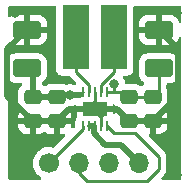
<source format=gbr>
%TF.GenerationSoftware,KiCad,Pcbnew,6.0.11-2627ca5db0~126~ubuntu20.04.1*%
%TF.CreationDate,2023-11-05T14:24:41-05:00*%
%TF.ProjectId,tps63001-slim,74707336-3330-4303-912d-736c696d2e6b,rev?*%
%TF.SameCoordinates,Original*%
%TF.FileFunction,Copper,L1,Top*%
%TF.FilePolarity,Positive*%
%FSLAX46Y46*%
G04 Gerber Fmt 4.6, Leading zero omitted, Abs format (unit mm)*
G04 Created by KiCad (PCBNEW 6.0.11-2627ca5db0~126~ubuntu20.04.1) date 2023-11-05 14:24:41*
%MOMM*%
%LPD*%
G01*
G04 APERTURE LIST*
G04 Aperture macros list*
%AMRoundRect*
0 Rectangle with rounded corners*
0 $1 Rounding radius*
0 $2 $3 $4 $5 $6 $7 $8 $9 X,Y pos of 4 corners*
0 Add a 4 corners polygon primitive as box body*
4,1,4,$2,$3,$4,$5,$6,$7,$8,$9,$2,$3,0*
0 Add four circle primitives for the rounded corners*
1,1,$1+$1,$2,$3*
1,1,$1+$1,$4,$5*
1,1,$1+$1,$6,$7*
1,1,$1+$1,$8,$9*
0 Add four rect primitives between the rounded corners*
20,1,$1+$1,$2,$3,$4,$5,0*
20,1,$1+$1,$4,$5,$6,$7,0*
20,1,$1+$1,$6,$7,$8,$9,0*
20,1,$1+$1,$8,$9,$2,$3,0*%
G04 Aperture macros list end*
%TA.AperFunction,SMDPad,CuDef*%
%ADD10RoundRect,0.250000X-0.475000X0.337500X-0.475000X-0.337500X0.475000X-0.337500X0.475000X0.337500X0*%
%TD*%
%TA.AperFunction,SMDPad,CuDef*%
%ADD11RoundRect,0.250001X0.924999X-0.499999X0.924999X0.499999X-0.924999X0.499999X-0.924999X-0.499999X0*%
%TD*%
%TA.AperFunction,SMDPad,CuDef*%
%ADD12RoundRect,0.062500X-0.062500X0.375000X-0.062500X-0.375000X0.062500X-0.375000X0.062500X0.375000X0*%
%TD*%
%TA.AperFunction,ComponentPad*%
%ADD13C,0.600000*%
%TD*%
%TA.AperFunction,SMDPad,CuDef*%
%ADD14R,2.000000X1.200000*%
%TD*%
%TA.AperFunction,ComponentPad*%
%ADD15C,1.700000*%
%TD*%
%TA.AperFunction,ComponentPad*%
%ADD16O,1.700000X1.700000*%
%TD*%
%TA.AperFunction,SMDPad,CuDef*%
%ADD17R,2.250000X5.500000*%
%TD*%
%TA.AperFunction,ViaPad*%
%ADD18C,0.800000*%
%TD*%
%TA.AperFunction,Conductor*%
%ADD19C,0.250000*%
%TD*%
%TA.AperFunction,Conductor*%
%ADD20C,0.250200*%
%TD*%
%TA.AperFunction,Conductor*%
%ADD21C,0.500000*%
%TD*%
G04 APERTURE END LIST*
D10*
%TO.P,C5,1*%
%TO.N,Net-(C4-Pad1)*%
X112776000Y-108182500D03*
%TO.P,C5,2*%
%TO.N,Earth*%
X112776000Y-110257500D03*
%TD*%
%TO.P,C2,1*%
%TO.N,Net-(C1-Pad1)*%
X104648000Y-108182500D03*
%TO.P,C2,2*%
%TO.N,Earth*%
X104648000Y-110257500D03*
%TD*%
D11*
%TO.P,C6,1*%
%TO.N,Net-(C4-Pad1)*%
X113284000Y-105765000D03*
%TO.P,C6,2*%
%TO.N,Earth*%
X113284000Y-102515000D03*
%TD*%
D12*
%TO.P,U1,1,VOUT*%
%TO.N,Net-(C4-Pad1)*%
X108850000Y-107782500D03*
%TO.P,U1,2,L2*%
%TO.N,Net-(L1-Pad2)*%
X108350000Y-107782500D03*
%TO.P,U1,3,PGND*%
%TO.N,Earth*%
X107850000Y-107782500D03*
%TO.P,U1,4,L1*%
%TO.N,Net-(L1-Pad1)*%
X107350000Y-107782500D03*
%TO.P,U1,5,VIN*%
%TO.N,Net-(C1-Pad1)*%
X106850000Y-107782500D03*
%TO.P,U1,6,EN*%
%TO.N,Net-(J1-Pad1)*%
X106850000Y-110657500D03*
%TO.P,U1,7,PS/SYNC*%
%TO.N,Net-(C1-Pad1)*%
X107350000Y-110657500D03*
%TO.P,U1,8,VINA*%
X107850000Y-110657500D03*
%TO.P,U1,9,GND*%
%TO.N,Earth*%
X108350000Y-110657500D03*
%TO.P,U1,10,FB*%
%TO.N,Net-(C4-Pad1)*%
X108850000Y-110657500D03*
D13*
%TO.P,U1,11,PGND*%
%TO.N,Earth*%
X108550000Y-109220000D03*
X107150000Y-109220000D03*
D14*
X107850000Y-109220000D03*
%TD*%
D10*
%TO.P,C4,1*%
%TO.N,Net-(C4-Pad1)*%
X110744000Y-108182500D03*
%TO.P,C4,2*%
%TO.N,Earth*%
X110744000Y-110257500D03*
%TD*%
%TO.P,C1,1*%
%TO.N,Net-(C1-Pad1)*%
X102616000Y-108182500D03*
%TO.P,C1,2*%
%TO.N,Earth*%
X102616000Y-110257500D03*
%TD*%
D15*
%TO.P,J1,1,Pin_1*%
%TO.N,Net-(J1-Pad1)*%
X103987000Y-113800000D03*
D16*
%TO.P,J1,2,Pin_2*%
%TO.N,Net-(C4-Pad1)*%
X106527000Y-113800000D03*
%TO.P,J1,3,Pin_3*%
%TO.N,Earth*%
X109067000Y-113800000D03*
%TO.P,J1,4,Pin_4*%
%TO.N,Net-(C1-Pad1)*%
X111607000Y-113800000D03*
%TD*%
D11*
%TO.P,C3,1*%
%TO.N,Net-(C1-Pad1)*%
X102108000Y-105765000D03*
%TO.P,C3,2*%
%TO.N,Earth*%
X102108000Y-102515000D03*
%TD*%
D17*
%TO.P,L1,1,1*%
%TO.N,Net-(L1-Pad1)*%
X106225000Y-103124000D03*
%TO.P,L1,2,2*%
%TO.N,Net-(L1-Pad2)*%
X109475000Y-103124000D03*
%TD*%
D18*
%TO.N,Net-(C1-Pad1)*%
X105800000Y-108044600D03*
%TO.N,Earth*%
X114808000Y-101092000D03*
X101092000Y-114808000D03*
X101092000Y-101092000D03*
X114808000Y-114808000D03*
%TO.N,Net-(C4-Pad1)*%
X109511600Y-107059400D03*
%TD*%
D19*
%TO.N,Net-(L1-Pad2)*%
X109475000Y-103124000D02*
X109475000Y-106058600D01*
X109475000Y-106058600D02*
X108350000Y-107183600D01*
X108350000Y-107183600D02*
X108350000Y-107782500D01*
%TO.N,Net-(L1-Pad1)*%
X106225000Y-103124000D02*
X106225000Y-106058600D01*
X106225000Y-106058600D02*
X107350000Y-107183600D01*
X107350000Y-107183600D02*
X107350000Y-107782500D01*
D20*
%TO.N,Net-(C1-Pad1)*%
X106587900Y-108044600D02*
X106850000Y-107782500D01*
D21*
X107736600Y-110657500D02*
X107425700Y-110657500D01*
D20*
X107425700Y-110657500D02*
X107350000Y-110657500D01*
D21*
X104648000Y-108182500D02*
X104785900Y-108044600D01*
X106104000Y-108044600D02*
X106587900Y-108044600D01*
X111607000Y-113800000D02*
X110056400Y-112249400D01*
X102616000Y-106273000D02*
X102616000Y-108182500D01*
X108745600Y-112249400D02*
X107774400Y-111278200D01*
X102616000Y-108182500D02*
X104648000Y-108182500D01*
X110056400Y-112249400D02*
X108745600Y-112249400D01*
X107774400Y-111278200D02*
X107774400Y-110695300D01*
X104785900Y-108044600D02*
X106104000Y-108044600D01*
D20*
X107850000Y-110657500D02*
X107812200Y-110695300D01*
D21*
X102108000Y-105765000D02*
X102616000Y-106273000D01*
D20*
X107812200Y-110695300D02*
X107774400Y-110695300D01*
D21*
X107774400Y-110695300D02*
X107736600Y-110657500D01*
%TO.N,Earth*%
X114917800Y-108115700D02*
X112776000Y-110257500D01*
X107150000Y-109220000D02*
X107850000Y-109220000D01*
X108350000Y-109220000D02*
X108350000Y-109769300D01*
X100460400Y-104162600D02*
X100460400Y-108101900D01*
X107850000Y-109220000D02*
X107850000Y-108670700D01*
X113284000Y-102515000D02*
X114917800Y-104148800D01*
X114917800Y-104148800D02*
X114917800Y-108115700D01*
X104648000Y-110257500D02*
X105685500Y-109220000D01*
X107850000Y-109220000D02*
X108350000Y-109220000D01*
X108550000Y-109220000D02*
X109706500Y-109220000D01*
X105685500Y-109220000D02*
X107150000Y-109220000D01*
X109706500Y-109220000D02*
X110744000Y-110257500D01*
D20*
X108350000Y-109769300D02*
X108350000Y-110657500D01*
X107850000Y-108670700D02*
X107850000Y-107782500D01*
D21*
X112776000Y-110257500D02*
X110744000Y-110257500D01*
X102616000Y-110257500D02*
X104648000Y-110257500D01*
X108350000Y-109220000D02*
X108550000Y-109220000D01*
X100460400Y-108101900D02*
X102616000Y-110257500D01*
X102108000Y-102515000D02*
X100460400Y-104162600D01*
D19*
%TO.N,Net-(J1-Pad1)*%
X103987000Y-113800000D02*
X106850000Y-110937000D01*
X106850000Y-110937000D02*
X106850000Y-110657500D01*
%TO.N,Net-(C4-Pad1)*%
X113284000Y-105765000D02*
X113284000Y-107674500D01*
X110344000Y-107782500D02*
X109511600Y-107782500D01*
X110744000Y-108182500D02*
X110344000Y-107782500D01*
X113284000Y-114312050D02*
X113284000Y-113282250D01*
X113284000Y-113282250D02*
X111253750Y-111252000D01*
X109444500Y-111252000D02*
X108850000Y-110657500D01*
X111253750Y-111252000D02*
X109444500Y-111252000D01*
X113284000Y-107674500D02*
X112776000Y-108182500D01*
X112280050Y-115316000D02*
X113284000Y-114312050D01*
X109511600Y-107782500D02*
X108850000Y-107782500D01*
X110744000Y-108182500D02*
X112776000Y-108182500D01*
X106527000Y-114655000D02*
X107188000Y-115316000D01*
X106527000Y-113800000D02*
X106527000Y-114655000D01*
X107188000Y-115316000D02*
X112280050Y-115316000D01*
X109511600Y-107059400D02*
X109511600Y-107782500D01*
%TD*%
%TA.AperFunction,Conductor*%
%TO.N,Earth*%
G36*
X115121783Y-106379630D02*
G01*
X115173795Y-106427955D01*
X115191500Y-106492361D01*
X115191500Y-115065500D01*
X115171498Y-115133621D01*
X115117842Y-115180114D01*
X115065500Y-115191500D01*
X113604644Y-115191500D01*
X113536523Y-115171498D01*
X113490030Y-115117842D01*
X113479926Y-115047568D01*
X113509420Y-114982988D01*
X113515549Y-114976405D01*
X113676247Y-114815707D01*
X113684537Y-114808163D01*
X113691018Y-114804050D01*
X113737659Y-114754382D01*
X113740413Y-114751541D01*
X113760135Y-114731819D01*
X113762619Y-114728617D01*
X113770317Y-114719605D01*
X113795161Y-114693148D01*
X113800586Y-114687371D01*
X113810347Y-114669616D01*
X113821198Y-114653097D01*
X113833614Y-114637091D01*
X113836764Y-114629812D01*
X113851174Y-114596513D01*
X113856391Y-114585863D01*
X113877695Y-114547110D01*
X113882733Y-114527487D01*
X113889137Y-114508784D01*
X113894033Y-114497470D01*
X113894033Y-114497469D01*
X113897181Y-114490195D01*
X113898420Y-114482372D01*
X113898423Y-114482362D01*
X113904099Y-114446526D01*
X113906505Y-114434906D01*
X113915528Y-114399761D01*
X113915528Y-114399760D01*
X113917500Y-114392080D01*
X113917500Y-114371826D01*
X113919051Y-114352115D01*
X113920980Y-114339936D01*
X113922220Y-114332107D01*
X113918059Y-114288088D01*
X113917500Y-114276231D01*
X113917500Y-113361017D01*
X113918027Y-113349834D01*
X113919702Y-113342341D01*
X113917562Y-113274264D01*
X113917500Y-113270305D01*
X113917500Y-113242394D01*
X113916995Y-113238394D01*
X113916062Y-113226551D01*
X113914922Y-113190280D01*
X113914673Y-113182361D01*
X113909021Y-113162907D01*
X113905013Y-113143550D01*
X113903468Y-113131320D01*
X113903468Y-113131319D01*
X113902474Y-113123453D01*
X113899555Y-113116080D01*
X113886196Y-113082338D01*
X113882351Y-113071108D01*
X113872229Y-113036267D01*
X113872229Y-113036266D01*
X113870018Y-113028657D01*
X113865985Y-113021838D01*
X113865983Y-113021833D01*
X113859707Y-113011222D01*
X113851012Y-112993474D01*
X113843552Y-112974633D01*
X113817564Y-112938863D01*
X113811048Y-112928943D01*
X113792580Y-112897715D01*
X113792578Y-112897712D01*
X113788542Y-112890888D01*
X113774221Y-112876567D01*
X113761380Y-112861533D01*
X113754131Y-112851556D01*
X113749472Y-112845143D01*
X113715395Y-112816952D01*
X113706616Y-112808962D01*
X112458295Y-111560640D01*
X112424269Y-111498328D01*
X112429334Y-111427512D01*
X112471881Y-111370677D01*
X112511892Y-111350649D01*
X112519124Y-111348526D01*
X112520329Y-111347135D01*
X112522000Y-111339452D01*
X112522000Y-111334884D01*
X113030000Y-111334884D01*
X113034475Y-111350123D01*
X113035865Y-111351328D01*
X113043548Y-111352999D01*
X113298095Y-111352999D01*
X113304614Y-111352662D01*
X113400206Y-111342743D01*
X113413600Y-111339851D01*
X113567784Y-111288412D01*
X113580962Y-111282239D01*
X113718807Y-111196937D01*
X113730208Y-111187901D01*
X113844739Y-111073171D01*
X113853751Y-111061760D01*
X113938816Y-110923757D01*
X113944963Y-110910576D01*
X113996138Y-110756290D01*
X113999005Y-110742914D01*
X114008672Y-110648562D01*
X114009000Y-110642146D01*
X114009000Y-110529615D01*
X114004525Y-110514376D01*
X114003135Y-110513171D01*
X113995452Y-110511500D01*
X113048115Y-110511500D01*
X113032876Y-110515975D01*
X113031671Y-110517365D01*
X113030000Y-110525048D01*
X113030000Y-111334884D01*
X112522000Y-111334884D01*
X112522000Y-110529615D01*
X112517525Y-110514376D01*
X112516135Y-110513171D01*
X112508452Y-110511500D01*
X110616000Y-110511500D01*
X110547879Y-110491498D01*
X110501386Y-110437842D01*
X110490000Y-110385500D01*
X110490000Y-110129500D01*
X110510002Y-110061379D01*
X110563658Y-110014886D01*
X110616000Y-110003500D01*
X113990884Y-110003500D01*
X114006123Y-109999025D01*
X114007328Y-109997635D01*
X114008999Y-109989952D01*
X114008999Y-109872905D01*
X114008662Y-109866386D01*
X113998743Y-109770794D01*
X113995851Y-109757400D01*
X113944412Y-109603216D01*
X113938239Y-109590038D01*
X113852937Y-109452193D01*
X113843901Y-109440792D01*
X113729172Y-109326262D01*
X113720238Y-109319206D01*
X113679177Y-109261288D01*
X113675947Y-109190365D01*
X113711574Y-109128954D01*
X113719407Y-109122154D01*
X113725348Y-109118478D01*
X113850305Y-108993303D01*
X113868165Y-108964329D01*
X113939275Y-108848968D01*
X113939276Y-108848966D01*
X113943115Y-108842738D01*
X113986850Y-108710881D01*
X113996632Y-108681389D01*
X113996632Y-108681387D01*
X113998797Y-108674861D01*
X114009500Y-108570400D01*
X114009500Y-107794600D01*
X113998526Y-107688834D01*
X113942550Y-107521054D01*
X113936357Y-107511046D01*
X113917500Y-107444742D01*
X113917500Y-107149500D01*
X113937502Y-107081379D01*
X113991158Y-107034886D01*
X114043500Y-107023500D01*
X114259400Y-107023500D01*
X114262646Y-107023163D01*
X114262650Y-107023163D01*
X114358307Y-107013238D01*
X114358311Y-107013237D01*
X114365165Y-107012526D01*
X114371701Y-107010345D01*
X114371703Y-107010345D01*
X114509437Y-106964393D01*
X114532945Y-106956550D01*
X114683348Y-106863478D01*
X114808305Y-106738303D01*
X114813241Y-106730295D01*
X114897275Y-106593968D01*
X114897276Y-106593966D01*
X114901115Y-106587738D01*
X114944952Y-106455573D01*
X114945907Y-106452694D01*
X114986338Y-106394334D01*
X115051902Y-106367097D01*
X115121783Y-106379630D01*
G37*
%TD.AperFunction*%
%TA.AperFunction,Conductor*%
G36*
X100709633Y-106864241D02*
G01*
X100709697Y-106864305D01*
X100715924Y-106868143D01*
X100715926Y-106868145D01*
X100854032Y-106953275D01*
X100860262Y-106957115D01*
X100882205Y-106964393D01*
X101021611Y-107010632D01*
X101021613Y-107010632D01*
X101028139Y-107012797D01*
X101034975Y-107013497D01*
X101034978Y-107013498D01*
X101078031Y-107017909D01*
X101132600Y-107023500D01*
X101587578Y-107023500D01*
X101655699Y-107043502D01*
X101702192Y-107097158D01*
X101712296Y-107167432D01*
X101682802Y-107232012D01*
X101669454Y-107244788D01*
X101666652Y-107246522D01*
X101541695Y-107371697D01*
X101537855Y-107377927D01*
X101537854Y-107377928D01*
X101453469Y-107514826D01*
X101448885Y-107522262D01*
X101393203Y-107690139D01*
X101382500Y-107794600D01*
X101382500Y-108570400D01*
X101393474Y-108676166D01*
X101395655Y-108682702D01*
X101395655Y-108682704D01*
X101430712Y-108787782D01*
X101449450Y-108843946D01*
X101542522Y-108994348D01*
X101667697Y-109119305D01*
X101672235Y-109122102D01*
X101712824Y-109179353D01*
X101716054Y-109250276D01*
X101680428Y-109311687D01*
X101671932Y-109319062D01*
X101661793Y-109327098D01*
X101547261Y-109441829D01*
X101538249Y-109453240D01*
X101453184Y-109591243D01*
X101447037Y-109604424D01*
X101395862Y-109758710D01*
X101392995Y-109772086D01*
X101383328Y-109866438D01*
X101383000Y-109872855D01*
X101383000Y-109985385D01*
X101387475Y-110000624D01*
X101388865Y-110001829D01*
X101396548Y-110003500D01*
X105862884Y-110003500D01*
X105878123Y-109999025D01*
X105879328Y-109997635D01*
X105880999Y-109989952D01*
X105880999Y-109872905D01*
X105880662Y-109866386D01*
X105870743Y-109770794D01*
X105867851Y-109757400D01*
X105816412Y-109603216D01*
X105810239Y-109590038D01*
X105724937Y-109452193D01*
X105715901Y-109440792D01*
X105601172Y-109326262D01*
X105592238Y-109319206D01*
X105551177Y-109261288D01*
X105547947Y-109190365D01*
X105583574Y-109128954D01*
X105591407Y-109122154D01*
X105597348Y-109118478D01*
X105722305Y-108993303D01*
X105723842Y-108994837D01*
X105773062Y-108959944D01*
X105814022Y-108953100D01*
X105895487Y-108953100D01*
X105901939Y-108951728D01*
X105901944Y-108951728D01*
X105988887Y-108933247D01*
X106082288Y-108913394D01*
X106171447Y-108873698D01*
X106241814Y-108864264D01*
X106306111Y-108894370D01*
X106343592Y-108953307D01*
X106346474Y-108963124D01*
X106347865Y-108964329D01*
X106355548Y-108966000D01*
X107026675Y-108966000D01*
X107035949Y-108963277D01*
X107770514Y-108963277D01*
X107777815Y-108966000D01*
X107918674Y-108966000D01*
X107929699Y-108962763D01*
X107926461Y-108955672D01*
X107859863Y-108889074D01*
X107850802Y-108872480D01*
X107840137Y-108889074D01*
X107776023Y-108953188D01*
X107770514Y-108963277D01*
X107035949Y-108963277D01*
X107052320Y-108958470D01*
X107245385Y-108765405D01*
X107307697Y-108731379D01*
X107334479Y-108728500D01*
X107440616Y-108728499D01*
X107449924Y-108728499D01*
X107454009Y-108727961D01*
X107454013Y-108727961D01*
X107553374Y-108714881D01*
X107553376Y-108714880D01*
X107561561Y-108713803D01*
X107639815Y-108681389D01*
X107682827Y-108663573D01*
X107753417Y-108655984D01*
X107820140Y-108690887D01*
X107840137Y-108710884D01*
X107849198Y-108727478D01*
X107859865Y-108710881D01*
X107879863Y-108690884D01*
X107942176Y-108656861D01*
X108017175Y-108663573D01*
X108138439Y-108713803D01*
X108146623Y-108714880D01*
X108146625Y-108714881D01*
X108245988Y-108727962D01*
X108250075Y-108728500D01*
X108259380Y-108728500D01*
X108365519Y-108728499D01*
X108433639Y-108748500D01*
X108454615Y-108765404D01*
X108642399Y-108953189D01*
X108665861Y-108966000D01*
X109339884Y-108966000D01*
X109355123Y-108961525D01*
X109356328Y-108960135D01*
X109357999Y-108952452D01*
X109357999Y-108932377D01*
X109378001Y-108864256D01*
X109431657Y-108817763D01*
X109501931Y-108807659D01*
X109566511Y-108837153D01*
X109591143Y-108866074D01*
X109651200Y-108963124D01*
X109670522Y-108994348D01*
X109795697Y-109119305D01*
X109800235Y-109122102D01*
X109840824Y-109179353D01*
X109844054Y-109250276D01*
X109808428Y-109311687D01*
X109799932Y-109319062D01*
X109789793Y-109327098D01*
X109675261Y-109441829D01*
X109666249Y-109453240D01*
X109591260Y-109574896D01*
X109538488Y-109622389D01*
X109468417Y-109633813D01*
X109403293Y-109605539D01*
X109363793Y-109546545D01*
X109358000Y-109508780D01*
X109358000Y-109492115D01*
X109353525Y-109476876D01*
X109352135Y-109475671D01*
X109344452Y-109474000D01*
X108673325Y-109474000D01*
X108647680Y-109481530D01*
X108550000Y-109579210D01*
X108359975Y-109769236D01*
X108297663Y-109803262D01*
X108226848Y-109798197D01*
X108207876Y-109789258D01*
X108207017Y-109788762D01*
X108200463Y-109783733D01*
X108061561Y-109726197D01*
X108053375Y-109725119D01*
X108053374Y-109725119D01*
X108030221Y-109722071D01*
X107981763Y-109715691D01*
X107916836Y-109686970D01*
X107877744Y-109627705D01*
X107876899Y-109556714D01*
X107909114Y-109501675D01*
X107923977Y-109486812D01*
X107929486Y-109476723D01*
X107922185Y-109474000D01*
X107781326Y-109474000D01*
X107770301Y-109477237D01*
X107773539Y-109484328D01*
X107790886Y-109501675D01*
X107824912Y-109563987D01*
X107819847Y-109634802D01*
X107777300Y-109691638D01*
X107718237Y-109715692D01*
X107648328Y-109724895D01*
X107638439Y-109726197D01*
X107631974Y-109728875D01*
X107568026Y-109728875D01*
X107561561Y-109726197D01*
X107449925Y-109711500D01*
X107440620Y-109711500D01*
X107334481Y-109711501D01*
X107266361Y-109691500D01*
X107245385Y-109674596D01*
X107057601Y-109486811D01*
X107034139Y-109474000D01*
X106360116Y-109474000D01*
X106344877Y-109478475D01*
X106343672Y-109479865D01*
X106342001Y-109487548D01*
X106342001Y-109864675D01*
X106342538Y-109874593D01*
X106326248Y-109943696D01*
X106316686Y-109958108D01*
X106288733Y-109994537D01*
X106231197Y-110133439D01*
X106216500Y-110245075D01*
X106216500Y-110622405D01*
X106196498Y-110690526D01*
X106179595Y-110711500D01*
X106089919Y-110801176D01*
X106027607Y-110835202D01*
X105956792Y-110830137D01*
X105899956Y-110787590D01*
X105875145Y-110721070D01*
X105875480Y-110699239D01*
X105880672Y-110648562D01*
X105881000Y-110642146D01*
X105881000Y-110529615D01*
X105876525Y-110514376D01*
X105875135Y-110513171D01*
X105867452Y-110511500D01*
X104920115Y-110511500D01*
X104904876Y-110515975D01*
X104903671Y-110517365D01*
X104902000Y-110525048D01*
X104902000Y-111334884D01*
X104906475Y-111350123D01*
X104907865Y-111351328D01*
X104915548Y-111352999D01*
X105170095Y-111352999D01*
X105176612Y-111352662D01*
X105227157Y-111347417D01*
X105296978Y-111360281D01*
X105348760Y-111408852D01*
X105366063Y-111477708D01*
X105343393Y-111544988D01*
X105329256Y-111561839D01*
X104444345Y-112446750D01*
X104382033Y-112480776D01*
X104333154Y-112481702D01*
X104120373Y-112443800D01*
X104120367Y-112443799D01*
X104115284Y-112442894D01*
X104041452Y-112441992D01*
X103897081Y-112440228D01*
X103897079Y-112440228D01*
X103891911Y-112440165D01*
X103671091Y-112473955D01*
X103458756Y-112543357D01*
X103260607Y-112646507D01*
X103256474Y-112649610D01*
X103256471Y-112649612D01*
X103129353Y-112745055D01*
X103081965Y-112780635D01*
X103078393Y-112784373D01*
X102982487Y-112884733D01*
X102927629Y-112942138D01*
X102801743Y-113126680D01*
X102775897Y-113182361D01*
X102746191Y-113246358D01*
X102707688Y-113329305D01*
X102647989Y-113544570D01*
X102624251Y-113766695D01*
X102637110Y-113989715D01*
X102638247Y-113994761D01*
X102638248Y-113994767D01*
X102659275Y-114088069D01*
X102686222Y-114207639D01*
X102714074Y-114276231D01*
X102757896Y-114384151D01*
X102770266Y-114414616D01*
X102811781Y-114482362D01*
X102884291Y-114600688D01*
X102886987Y-114605088D01*
X103033250Y-114773938D01*
X103205126Y-114916632D01*
X103273715Y-114956712D01*
X103322439Y-115008350D01*
X103335510Y-115078133D01*
X103308779Y-115143905D01*
X103250732Y-115184784D01*
X103210145Y-115191500D01*
X100634500Y-115191500D01*
X100566379Y-115171498D01*
X100519886Y-115117842D01*
X100508500Y-115065500D01*
X100508500Y-110642095D01*
X101383001Y-110642095D01*
X101383338Y-110648614D01*
X101393257Y-110744206D01*
X101396149Y-110757600D01*
X101447588Y-110911784D01*
X101453761Y-110924962D01*
X101539063Y-111062807D01*
X101548099Y-111074208D01*
X101662829Y-111188739D01*
X101674240Y-111197751D01*
X101812243Y-111282816D01*
X101825424Y-111288963D01*
X101979710Y-111340138D01*
X101993086Y-111343005D01*
X102087438Y-111352672D01*
X102093854Y-111353000D01*
X102343885Y-111353000D01*
X102359124Y-111348525D01*
X102360329Y-111347135D01*
X102362000Y-111339452D01*
X102362000Y-111334884D01*
X102870000Y-111334884D01*
X102874475Y-111350123D01*
X102875865Y-111351328D01*
X102883548Y-111352999D01*
X103138095Y-111352999D01*
X103144614Y-111352662D01*
X103240206Y-111342743D01*
X103253600Y-111339851D01*
X103407784Y-111288412D01*
X103420962Y-111282239D01*
X103565035Y-111193083D01*
X103566663Y-111195714D01*
X103619582Y-111174304D01*
X103689344Y-111187485D01*
X103699825Y-111194208D01*
X103700009Y-111193910D01*
X103844243Y-111282816D01*
X103857424Y-111288963D01*
X104011710Y-111340138D01*
X104025086Y-111343005D01*
X104119438Y-111352672D01*
X104125854Y-111353000D01*
X104375885Y-111353000D01*
X104391124Y-111348525D01*
X104392329Y-111347135D01*
X104394000Y-111339452D01*
X104394000Y-110529615D01*
X104389525Y-110514376D01*
X104388135Y-110513171D01*
X104380452Y-110511500D01*
X102888115Y-110511500D01*
X102872876Y-110515975D01*
X102871671Y-110517365D01*
X102870000Y-110525048D01*
X102870000Y-111334884D01*
X102362000Y-111334884D01*
X102362000Y-110529615D01*
X102357525Y-110514376D01*
X102356135Y-110513171D01*
X102348452Y-110511500D01*
X101401116Y-110511500D01*
X101385877Y-110515975D01*
X101384672Y-110517365D01*
X101383001Y-110525048D01*
X101383001Y-110642095D01*
X100508500Y-110642095D01*
X100508500Y-106964393D01*
X100528502Y-106896272D01*
X100582158Y-106849779D01*
X100652432Y-106839675D01*
X100709633Y-106864241D01*
G37*
%TD.AperFunction*%
%TA.AperFunction,Conductor*%
G36*
X115133621Y-100528502D02*
G01*
X115180114Y-100582158D01*
X115191500Y-100634500D01*
X115191500Y-101788920D01*
X115171498Y-101857041D01*
X115117842Y-101903534D01*
X115047568Y-101913638D01*
X114982988Y-101884144D01*
X114945976Y-101828796D01*
X114902412Y-101698217D01*
X114896238Y-101685038D01*
X114810937Y-101547193D01*
X114801901Y-101535792D01*
X114687170Y-101421261D01*
X114675759Y-101412249D01*
X114537755Y-101327182D01*
X114524577Y-101321038D01*
X114370284Y-101269861D01*
X114356919Y-101266995D01*
X114262561Y-101257328D01*
X114256144Y-101257000D01*
X113556115Y-101257000D01*
X113540876Y-101261475D01*
X113539671Y-101262865D01*
X113538000Y-101270548D01*
X113538000Y-103754885D01*
X113542475Y-103770124D01*
X113543865Y-103771329D01*
X113551548Y-103773000D01*
X114256096Y-103773000D01*
X114262611Y-103772663D01*
X114358203Y-103762744D01*
X114371602Y-103759850D01*
X114525783Y-103708412D01*
X114538962Y-103702238D01*
X114676807Y-103616937D01*
X114688208Y-103607901D01*
X114802739Y-103493170D01*
X114811751Y-103481759D01*
X114896818Y-103343755D01*
X114902962Y-103330577D01*
X114945907Y-103201104D01*
X114986338Y-103142744D01*
X115051902Y-103115507D01*
X115121784Y-103128040D01*
X115173795Y-103176365D01*
X115191500Y-103240771D01*
X115191500Y-105037337D01*
X115171498Y-105105458D01*
X115117842Y-105151951D01*
X115047568Y-105162055D01*
X114982988Y-105132561D01*
X114945976Y-105077213D01*
X114902868Y-104948003D01*
X114900550Y-104941055D01*
X114807478Y-104790652D01*
X114682303Y-104665695D01*
X114622796Y-104629014D01*
X114537968Y-104576725D01*
X114537966Y-104576724D01*
X114531738Y-104572885D01*
X114371254Y-104519655D01*
X114370389Y-104519368D01*
X114370387Y-104519368D01*
X114363861Y-104517203D01*
X114357025Y-104516503D01*
X114357022Y-104516502D01*
X114313969Y-104512091D01*
X114259400Y-104506500D01*
X112308600Y-104506500D01*
X112305354Y-104506837D01*
X112305350Y-104506837D01*
X112209693Y-104516762D01*
X112209689Y-104516763D01*
X112202835Y-104517474D01*
X112196299Y-104519655D01*
X112196297Y-104519655D01*
X112064195Y-104563728D01*
X112035055Y-104573450D01*
X111884652Y-104666522D01*
X111759695Y-104791697D01*
X111666885Y-104942262D01*
X111611203Y-105110139D01*
X111610503Y-105116975D01*
X111610502Y-105116978D01*
X111606919Y-105151951D01*
X111600500Y-105214600D01*
X111600500Y-106315400D01*
X111600837Y-106318646D01*
X111600837Y-106318650D01*
X111609983Y-106406792D01*
X111611474Y-106421165D01*
X111613655Y-106427701D01*
X111613655Y-106427703D01*
X111647009Y-106527677D01*
X111667450Y-106588945D01*
X111760522Y-106739348D01*
X111885697Y-106864305D01*
X111891927Y-106868145D01*
X111891928Y-106868146D01*
X111993959Y-106931039D01*
X112041452Y-106983811D01*
X112052876Y-107053883D01*
X112024602Y-107119007D01*
X111982127Y-107151758D01*
X111977054Y-107153450D01*
X111970834Y-107157299D01*
X111970830Y-107157301D01*
X111826652Y-107246522D01*
X111824960Y-107243788D01*
X111772462Y-107265049D01*
X111702695Y-107251893D01*
X111692508Y-107245362D01*
X111692303Y-107245695D01*
X111547968Y-107156725D01*
X111547966Y-107156724D01*
X111541738Y-107152885D01*
X111441196Y-107119537D01*
X111380389Y-107099368D01*
X111380387Y-107099368D01*
X111373861Y-107097203D01*
X111367025Y-107096503D01*
X111367022Y-107096502D01*
X111323969Y-107092091D01*
X111269400Y-107086500D01*
X110541404Y-107086500D01*
X110473283Y-107066498D01*
X110426790Y-107012842D01*
X110416094Y-106973671D01*
X110405832Y-106876035D01*
X110405832Y-106876033D01*
X110405142Y-106869472D01*
X110346127Y-106687844D01*
X110341568Y-106679948D01*
X110278956Y-106571500D01*
X110262218Y-106502504D01*
X110285439Y-106435413D01*
X110341246Y-106391526D01*
X110388075Y-106382500D01*
X110648134Y-106382500D01*
X110710316Y-106375745D01*
X110846705Y-106324615D01*
X110963261Y-106237261D01*
X111050615Y-106120705D01*
X111101745Y-105984316D01*
X111108500Y-105922134D01*
X111108500Y-103062096D01*
X111601000Y-103062096D01*
X111601337Y-103068611D01*
X111611256Y-103164203D01*
X111614150Y-103177602D01*
X111665588Y-103331783D01*
X111671762Y-103344962D01*
X111757063Y-103482807D01*
X111766099Y-103494208D01*
X111880830Y-103608739D01*
X111892241Y-103617751D01*
X112030245Y-103702818D01*
X112043423Y-103708962D01*
X112197716Y-103760139D01*
X112211081Y-103763005D01*
X112305439Y-103772672D01*
X112311855Y-103773000D01*
X113011885Y-103773000D01*
X113027124Y-103768525D01*
X113028329Y-103767135D01*
X113030000Y-103759452D01*
X113030000Y-102787115D01*
X113025525Y-102771876D01*
X113024135Y-102770671D01*
X113016452Y-102769000D01*
X111619115Y-102769000D01*
X111603876Y-102773475D01*
X111602671Y-102774865D01*
X111601000Y-102782548D01*
X111601000Y-103062096D01*
X111108500Y-103062096D01*
X111108500Y-102242885D01*
X111601000Y-102242885D01*
X111605475Y-102258124D01*
X111606865Y-102259329D01*
X111614548Y-102261000D01*
X113011885Y-102261000D01*
X113027124Y-102256525D01*
X113028329Y-102255135D01*
X113030000Y-102247452D01*
X113030000Y-101275115D01*
X113025525Y-101259876D01*
X113024135Y-101258671D01*
X113016452Y-101257000D01*
X112311904Y-101257000D01*
X112305389Y-101257337D01*
X112209797Y-101267256D01*
X112196398Y-101270150D01*
X112042217Y-101321588D01*
X112029038Y-101327762D01*
X111891193Y-101413063D01*
X111879792Y-101422099D01*
X111765261Y-101536830D01*
X111756249Y-101548241D01*
X111671182Y-101686245D01*
X111665038Y-101699423D01*
X111613861Y-101853716D01*
X111610995Y-101867081D01*
X111601328Y-101961439D01*
X111601000Y-101967856D01*
X111601000Y-102242885D01*
X111108500Y-102242885D01*
X111108500Y-100634500D01*
X111128502Y-100566379D01*
X111182158Y-100519886D01*
X111234500Y-100508500D01*
X115065500Y-100508500D01*
X115133621Y-100528502D01*
G37*
%TD.AperFunction*%
%TA.AperFunction,Conductor*%
G36*
X104533621Y-100528502D02*
G01*
X104580114Y-100582158D01*
X104591500Y-100634500D01*
X104591500Y-105922134D01*
X104598255Y-105984316D01*
X104649385Y-106120705D01*
X104736739Y-106237261D01*
X104853295Y-106324615D01*
X104989684Y-106375745D01*
X105051866Y-106382500D01*
X105608692Y-106382500D01*
X105676813Y-106402502D01*
X105710629Y-106437597D01*
X105711563Y-106436873D01*
X105716420Y-106443134D01*
X105720458Y-106449962D01*
X105734779Y-106464283D01*
X105747619Y-106479316D01*
X105759528Y-106495707D01*
X105768714Y-106503306D01*
X105793605Y-106523898D01*
X105802384Y-106531888D01*
X106257724Y-106987228D01*
X106291750Y-107049540D01*
X106286685Y-107120355D01*
X106244138Y-107177191D01*
X106177618Y-107202002D01*
X106117380Y-107191430D01*
X106088319Y-107178491D01*
X106088318Y-107178491D01*
X106082288Y-107175806D01*
X105974454Y-107152885D01*
X105901944Y-107137472D01*
X105901939Y-107137472D01*
X105895487Y-107136100D01*
X105704513Y-107136100D01*
X105698061Y-107137472D01*
X105698056Y-107137472D01*
X105541200Y-107170813D01*
X105470409Y-107165411D01*
X105458686Y-107159646D01*
X105458605Y-107159820D01*
X105451968Y-107156725D01*
X105445738Y-107152885D01*
X105345196Y-107119537D01*
X105284389Y-107099368D01*
X105284387Y-107099368D01*
X105277861Y-107097203D01*
X105271025Y-107096503D01*
X105271022Y-107096502D01*
X105227969Y-107092091D01*
X105173400Y-107086500D01*
X104122600Y-107086500D01*
X104119354Y-107086837D01*
X104119350Y-107086837D01*
X104023692Y-107096762D01*
X104023688Y-107096763D01*
X104016834Y-107097474D01*
X104010298Y-107099655D01*
X104010296Y-107099655D01*
X103952292Y-107119007D01*
X103849054Y-107153450D01*
X103698652Y-107246522D01*
X103696960Y-107243788D01*
X103644462Y-107265049D01*
X103574695Y-107251893D01*
X103564508Y-107245362D01*
X103564303Y-107245695D01*
X103434384Y-107165611D01*
X103386890Y-107112838D01*
X103374500Y-107058351D01*
X103374500Y-107015889D01*
X103394502Y-106947768D01*
X103434193Y-106908748D01*
X103507348Y-106863478D01*
X103632305Y-106738303D01*
X103637241Y-106730295D01*
X103721275Y-106593968D01*
X103721276Y-106593966D01*
X103725115Y-106587738D01*
X103757767Y-106489294D01*
X103778632Y-106426389D01*
X103778632Y-106426387D01*
X103780797Y-106419861D01*
X103783413Y-106394334D01*
X103790233Y-106327767D01*
X103791500Y-106315400D01*
X103791500Y-105214600D01*
X103780526Y-105108835D01*
X103724550Y-104941055D01*
X103631478Y-104790652D01*
X103506303Y-104665695D01*
X103446796Y-104629014D01*
X103361968Y-104576725D01*
X103361966Y-104576724D01*
X103355738Y-104572885D01*
X103195254Y-104519655D01*
X103194389Y-104519368D01*
X103194387Y-104519368D01*
X103187861Y-104517203D01*
X103181025Y-104516503D01*
X103181022Y-104516502D01*
X103137969Y-104512091D01*
X103083400Y-104506500D01*
X101132600Y-104506500D01*
X101129354Y-104506837D01*
X101129350Y-104506837D01*
X101033693Y-104516762D01*
X101033689Y-104516763D01*
X101026835Y-104517474D01*
X101020299Y-104519655D01*
X101020297Y-104519655D01*
X100888195Y-104563728D01*
X100859055Y-104573450D01*
X100852823Y-104577306D01*
X100852824Y-104577306D01*
X100714879Y-104662668D01*
X100714875Y-104662671D01*
X100708652Y-104666522D01*
X100708398Y-104666112D01*
X100646954Y-104690982D01*
X100577190Y-104677811D01*
X100525621Y-104629014D01*
X100508500Y-104565599D01*
X100508500Y-103713751D01*
X100528502Y-103645630D01*
X100582158Y-103599137D01*
X100652432Y-103589033D01*
X100712593Y-103614870D01*
X100716240Y-103617750D01*
X100854245Y-103702818D01*
X100867423Y-103708962D01*
X101021716Y-103760139D01*
X101035081Y-103763005D01*
X101129439Y-103772672D01*
X101135855Y-103773000D01*
X101835885Y-103773000D01*
X101851124Y-103768525D01*
X101852329Y-103767135D01*
X101854000Y-103759452D01*
X101854000Y-103754885D01*
X102362000Y-103754885D01*
X102366475Y-103770124D01*
X102367865Y-103771329D01*
X102375548Y-103773000D01*
X103080096Y-103773000D01*
X103086611Y-103772663D01*
X103182203Y-103762744D01*
X103195602Y-103759850D01*
X103349783Y-103708412D01*
X103362962Y-103702238D01*
X103500807Y-103616937D01*
X103512208Y-103607901D01*
X103626739Y-103493170D01*
X103635751Y-103481759D01*
X103720818Y-103343755D01*
X103726962Y-103330577D01*
X103778139Y-103176284D01*
X103781005Y-103162919D01*
X103790672Y-103068561D01*
X103791000Y-103062145D01*
X103791000Y-102787115D01*
X103786525Y-102771876D01*
X103785135Y-102770671D01*
X103777452Y-102769000D01*
X102380115Y-102769000D01*
X102364876Y-102773475D01*
X102363671Y-102774865D01*
X102362000Y-102782548D01*
X102362000Y-103754885D01*
X101854000Y-103754885D01*
X101854000Y-102242885D01*
X102362000Y-102242885D01*
X102366475Y-102258124D01*
X102367865Y-102259329D01*
X102375548Y-102261000D01*
X103772885Y-102261000D01*
X103788124Y-102256525D01*
X103789329Y-102255135D01*
X103791000Y-102247452D01*
X103791000Y-101967904D01*
X103790663Y-101961389D01*
X103780744Y-101865797D01*
X103777850Y-101852398D01*
X103726412Y-101698217D01*
X103720238Y-101685038D01*
X103634937Y-101547193D01*
X103625901Y-101535792D01*
X103511170Y-101421261D01*
X103499759Y-101412249D01*
X103361755Y-101327182D01*
X103348577Y-101321038D01*
X103194284Y-101269861D01*
X103180919Y-101266995D01*
X103086561Y-101257328D01*
X103080144Y-101257000D01*
X102380115Y-101257000D01*
X102364876Y-101261475D01*
X102363671Y-101262865D01*
X102362000Y-101270548D01*
X102362000Y-102242885D01*
X101854000Y-102242885D01*
X101854000Y-101275115D01*
X101849525Y-101259876D01*
X101848135Y-101258671D01*
X101840452Y-101257000D01*
X101135904Y-101257000D01*
X101129389Y-101257337D01*
X101033797Y-101267256D01*
X101020398Y-101270150D01*
X100866217Y-101321588D01*
X100853038Y-101327762D01*
X100715192Y-101413064D01*
X100712764Y-101414988D01*
X100710793Y-101415786D01*
X100708965Y-101416917D01*
X100708771Y-101416604D01*
X100646953Y-101441625D01*
X100577189Y-101428454D01*
X100525621Y-101379656D01*
X100508500Y-101316242D01*
X100508500Y-100634500D01*
X100528502Y-100566379D01*
X100582158Y-100519886D01*
X100634500Y-100508500D01*
X104465500Y-100508500D01*
X104533621Y-100528502D01*
G37*
%TD.AperFunction*%
%TD*%
M02*

</source>
